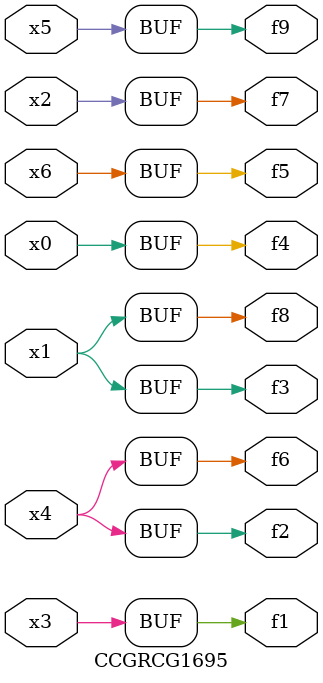
<source format=v>
module CCGRCG1695(
	input x0, x1, x2, x3, x4, x5, x6,
	output f1, f2, f3, f4, f5, f6, f7, f8, f9
);
	assign f1 = x3;
	assign f2 = x4;
	assign f3 = x1;
	assign f4 = x0;
	assign f5 = x6;
	assign f6 = x4;
	assign f7 = x2;
	assign f8 = x1;
	assign f9 = x5;
endmodule

</source>
